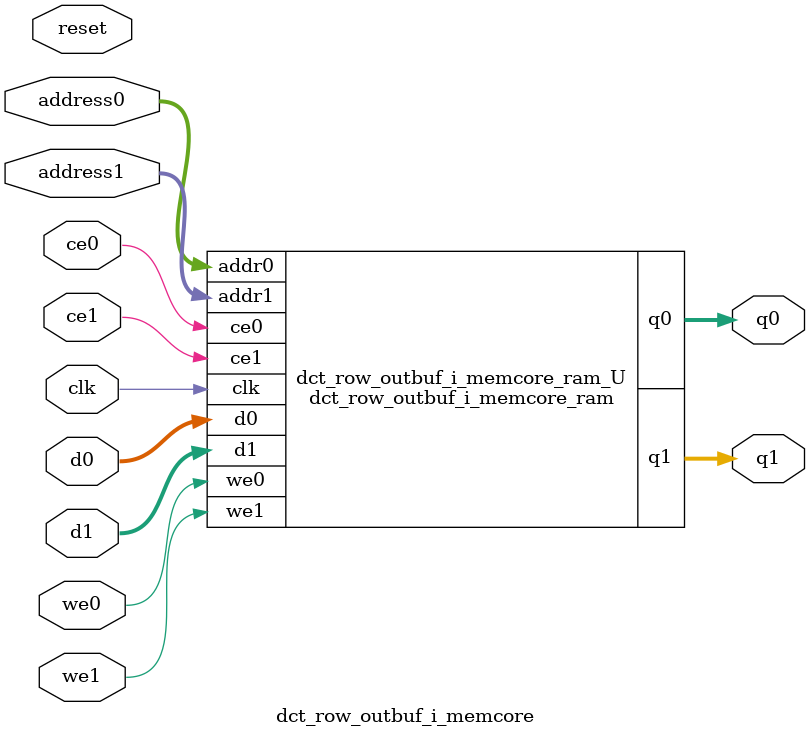
<source format=v>
`timescale 1 ns / 1 ps
module dct_row_outbuf_i_memcore_ram (addr0, ce0, d0, we0, q0, addr1, ce1, d1, we1, q1,  clk);

parameter DWIDTH = 16;
parameter AWIDTH = 7;
parameter MEM_SIZE = 128;

input[AWIDTH-1:0] addr0;
input ce0;
input[DWIDTH-1:0] d0;
input we0;
output reg[DWIDTH-1:0] q0;
input[AWIDTH-1:0] addr1;
input ce1;
input[DWIDTH-1:0] d1;
input we1;
output reg[DWIDTH-1:0] q1;
input clk;

(* ram_style = "block" *)reg [DWIDTH-1:0] ram[0:MEM_SIZE-1];




always @(posedge clk)  
begin 
    if (ce0) 
    begin
        if (we0) 
        begin 
            ram[addr0] <= d0; 
        end 
        q0 <= ram[addr0];
    end
end


always @(posedge clk)  
begin 
    if (ce1) 
    begin
        if (we1) 
        begin 
            ram[addr1] <= d1; 
        end 
        q1 <= ram[addr1];
    end
end


endmodule

`timescale 1 ns / 1 ps
module dct_row_outbuf_i_memcore(
    reset,
    clk,
    address0,
    ce0,
    we0,
    d0,
    q0,
    address1,
    ce1,
    we1,
    d1,
    q1);

parameter DataWidth = 32'd16;
parameter AddressRange = 32'd128;
parameter AddressWidth = 32'd7;
input reset;
input clk;
input[AddressWidth - 1:0] address0;
input ce0;
input we0;
input[DataWidth - 1:0] d0;
output[DataWidth - 1:0] q0;
input[AddressWidth - 1:0] address1;
input ce1;
input we1;
input[DataWidth - 1:0] d1;
output[DataWidth - 1:0] q1;



dct_row_outbuf_i_memcore_ram dct_row_outbuf_i_memcore_ram_U(
    .clk( clk ),
    .addr0( address0 ),
    .ce0( ce0 ),
    .we0( we0 ),
    .d0( d0 ),
    .q0( q0 ),
    .addr1( address1 ),
    .ce1( ce1 ),
    .we1( we1 ),
    .d1( d1 ),
    .q1( q1 ));

endmodule


</source>
